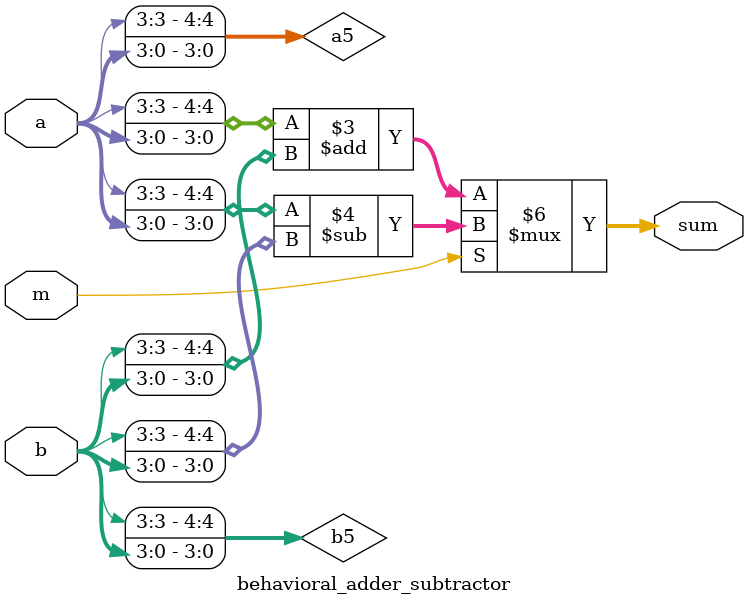
<source format=v>
`timescale 1ns / 1ps


module behavioral_adder_subtractor(
    input wire m,
    input wire [3:0] a,
    input wire [3:0] b,
    output reg [4:0] sum
    );
    
    wire [4:0] a5;
    wire [4:0] b5;
    
    assign a5 = {a[3], a};
    assign b5 = {b[3], b};
    
    always @(a, b, m) begin
        if (m == 0) begin
            sum = a5 + b5;
        end else begin
            sum = a5 - b5;
        end
    end
    
endmodule

</source>
